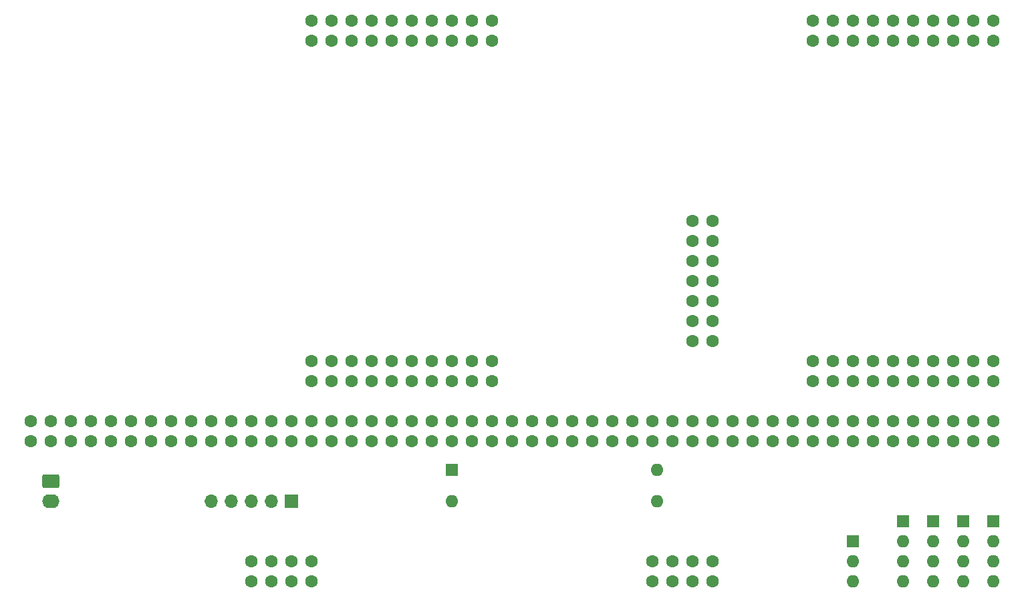
<source format=gts>
%TF.GenerationSoftware,KiCad,Pcbnew,8.0.7*%
%TF.CreationDate,2025-04-14T19:46:08-06:00*%
%TF.ProjectId,shield_r0.2,73686965-6c64-45f7-9230-2e322e6b6963,rev?*%
%TF.SameCoordinates,Original*%
%TF.FileFunction,Soldermask,Top*%
%TF.FilePolarity,Negative*%
%FSLAX46Y46*%
G04 Gerber Fmt 4.6, Leading zero omitted, Abs format (unit mm)*
G04 Created by KiCad (PCBNEW 8.0.7) date 2025-04-14 19:46:08*
%MOMM*%
%LPD*%
G01*
G04 APERTURE LIST*
G04 Aperture macros list*
%AMRoundRect*
0 Rectangle with rounded corners*
0 $1 Rounding radius*
0 $2 $3 $4 $5 $6 $7 $8 $9 X,Y pos of 4 corners*
0 Add a 4 corners polygon primitive as box body*
4,1,4,$2,$3,$4,$5,$6,$7,$8,$9,$2,$3,0*
0 Add four circle primitives for the rounded corners*
1,1,$1+$1,$2,$3*
1,1,$1+$1,$4,$5*
1,1,$1+$1,$6,$7*
1,1,$1+$1,$8,$9*
0 Add four rect primitives between the rounded corners*
20,1,$1+$1,$2,$3,$4,$5,0*
20,1,$1+$1,$4,$5,$6,$7,0*
20,1,$1+$1,$6,$7,$8,$9,0*
20,1,$1+$1,$8,$9,$2,$3,0*%
G04 Aperture macros list end*
%ADD10RoundRect,0.250000X-0.845000X0.620000X-0.845000X-0.620000X0.845000X-0.620000X0.845000X0.620000X0*%
%ADD11O,2.190000X1.740000*%
%ADD12O,1.600000X1.600000*%
%ADD13R,1.600000X1.600000*%
%ADD14C,1.600000*%
%ADD15O,1.700000X1.700000*%
%ADD16R,1.700000X1.700000*%
G04 APERTURE END LIST*
D10*
%TO.C,J1*%
X5080000Y-60960000D03*
D11*
X5080000Y-63500000D03*
%TD*%
D12*
%TO.C,PS1*%
X81880000Y-63500000D03*
X81880000Y-59500000D03*
X55880000Y-63500000D03*
D13*
X55880000Y-59500000D03*
%TD*%
D12*
%TO.C,SERVO1*%
X106680000Y-73660000D03*
X106680000Y-71120000D03*
D13*
X106680000Y-68580000D03*
%TD*%
D14*
%TO.C,U1*%
X38100000Y-2540000D03*
X38100000Y-5080000D03*
X38100000Y-45720000D03*
X38100000Y-48260000D03*
X40640000Y-2540000D03*
X40640000Y-5080000D03*
X40640000Y-45720000D03*
X40640000Y-48260000D03*
X43180000Y-2540000D03*
X43180000Y-5080000D03*
X43180000Y-45720000D03*
X43180000Y-48260000D03*
X45720000Y-2540000D03*
X45720000Y-5080000D03*
X45720000Y-45720000D03*
X45720000Y-48260000D03*
X48260000Y-2540000D03*
X48260000Y-5080000D03*
X48260000Y-45720000D03*
X48260000Y-48260000D03*
X50800000Y-2540000D03*
X50800000Y-5080000D03*
X50800000Y-45720000D03*
X50800000Y-48260000D03*
X53340000Y-2540000D03*
X53340000Y-5080000D03*
X53340000Y-45720000D03*
X53340000Y-48260000D03*
X55880000Y-2540000D03*
X55880000Y-5080000D03*
X55880000Y-45720000D03*
X55880000Y-48260000D03*
X58420000Y-2540000D03*
X58420000Y-5080000D03*
X58420000Y-45720000D03*
X58420000Y-48260000D03*
X60960000Y-2540000D03*
X60960000Y-5080000D03*
X60960000Y-45720000D03*
X60960000Y-48260000D03*
X86360000Y-27940000D03*
X86360000Y-30480000D03*
X86360000Y-33020000D03*
X86360000Y-35560000D03*
X86360000Y-38100000D03*
X86360000Y-40640000D03*
X86360000Y-43180000D03*
X88900000Y-27940000D03*
X88900000Y-30480000D03*
X88900000Y-33020000D03*
X88900000Y-35560000D03*
X88900000Y-38100000D03*
X88900000Y-40640000D03*
X88900000Y-43180000D03*
X101600000Y-2540000D03*
X101600000Y-5080000D03*
X101600000Y-45720000D03*
X101600000Y-48260000D03*
X104140000Y-2540000D03*
X104140000Y-5080000D03*
X104140000Y-45720000D03*
X104140000Y-48260000D03*
X106680000Y-2540000D03*
X106680000Y-5080000D03*
X106680000Y-45720000D03*
X106680000Y-48260000D03*
X109220000Y-2540000D03*
X109220000Y-5080000D03*
X109220000Y-45720000D03*
X109220000Y-48260000D03*
X111760000Y-2540000D03*
X111760000Y-5080000D03*
X111760000Y-45720000D03*
X111760000Y-48260000D03*
X114300000Y-2540000D03*
X114300000Y-5080000D03*
X114300000Y-45720000D03*
X114300000Y-48260000D03*
X116840000Y-2540000D03*
X116840000Y-5080000D03*
X116840000Y-45720000D03*
X116840000Y-48260000D03*
X119380000Y-2540000D03*
X119380000Y-5080000D03*
X119380000Y-45720000D03*
X119380000Y-48260000D03*
X121920000Y-2540000D03*
X121920000Y-5080000D03*
X121920000Y-45720000D03*
X121920000Y-48260000D03*
X124460000Y-2540000D03*
X124460000Y-5080000D03*
X124460000Y-45720000D03*
X124460000Y-48260000D03*
X124460000Y-53340000D03*
X124460000Y-55880000D03*
X121920000Y-53340000D03*
X121920000Y-55880000D03*
X119380000Y-53340000D03*
X119380000Y-55880000D03*
X116840000Y-53340000D03*
X116840000Y-55880000D03*
X114300000Y-53340000D03*
X114300000Y-55880000D03*
X111760000Y-53340000D03*
X111760000Y-55880000D03*
X109220000Y-53340000D03*
X109220000Y-55880000D03*
X106680000Y-53340000D03*
X106680000Y-55880000D03*
X104140000Y-53340000D03*
X104140000Y-55880000D03*
X101600000Y-53340000D03*
X101600000Y-55880000D03*
X99060000Y-53340000D03*
X99060000Y-55880000D03*
X96520000Y-53340000D03*
X96520000Y-55880000D03*
X93980000Y-53340000D03*
X93980000Y-55880000D03*
X91440000Y-53340000D03*
X91440000Y-55880000D03*
X88900000Y-53340000D03*
X88900000Y-55880000D03*
X86360000Y-53340000D03*
X86360000Y-55880000D03*
X83820000Y-53340000D03*
X83820000Y-55880000D03*
X81280000Y-53340000D03*
X81280000Y-55880000D03*
X78740000Y-53340000D03*
X78740000Y-55880000D03*
X76200000Y-53340000D03*
X76200000Y-55880000D03*
X73660000Y-53340000D03*
X73660000Y-55880000D03*
X71120000Y-53340000D03*
X71120000Y-55880000D03*
X68580000Y-53340000D03*
X68580000Y-55880000D03*
X66040000Y-53340000D03*
X66040000Y-55880000D03*
X63500000Y-53340000D03*
X63500000Y-55880000D03*
X60960000Y-53340000D03*
X60960000Y-55880000D03*
X58420000Y-53340000D03*
X58420000Y-55880000D03*
X55880000Y-53340000D03*
X55880000Y-55880000D03*
X53340000Y-53340000D03*
X53340000Y-55880000D03*
X50800000Y-53340000D03*
X50800000Y-55880000D03*
X48260000Y-53340000D03*
X48260000Y-55880000D03*
X45720000Y-53340000D03*
X45720000Y-55880000D03*
X43180000Y-53340000D03*
X43180000Y-55880000D03*
X40640000Y-53340000D03*
X40640000Y-55880000D03*
X38100000Y-53340000D03*
X38100000Y-55880000D03*
X35560000Y-53340000D03*
X35560000Y-55880000D03*
X33020000Y-53340000D03*
X33020000Y-55880000D03*
X30480000Y-53340000D03*
X30480000Y-55880000D03*
X27940000Y-53340000D03*
X27940000Y-55880000D03*
X25400000Y-53340000D03*
X25400000Y-55880000D03*
X22860000Y-53340000D03*
X22860000Y-55880000D03*
X20320000Y-53340000D03*
X20320000Y-55880000D03*
X17780000Y-53340000D03*
X17780000Y-55880000D03*
X15240000Y-53340000D03*
X15240000Y-55880000D03*
X12700000Y-53340000D03*
X12700000Y-55880000D03*
X10160000Y-53340000D03*
X10160000Y-55880000D03*
X7620000Y-53340000D03*
X7620000Y-55880000D03*
X5080000Y-53340000D03*
X5080000Y-55880000D03*
X2540000Y-53340000D03*
X2540000Y-55880000D03*
%TD*%
D13*
%TO.C,SEN2*%
X120650000Y-66040000D03*
D12*
X120650000Y-68580000D03*
X120650000Y-71120000D03*
X120650000Y-73660000D03*
%TD*%
D13*
%TO.C,SEN4*%
X113030000Y-66040000D03*
D12*
X113030000Y-68580000D03*
X113030000Y-71120000D03*
X113030000Y-73660000D03*
%TD*%
D13*
%TO.C,SEN1*%
X124460000Y-66040000D03*
D12*
X124460000Y-68580000D03*
X124460000Y-71120000D03*
X124460000Y-73660000D03*
%TD*%
D13*
%TO.C,SEN3*%
X116840000Y-66040000D03*
D12*
X116840000Y-68580000D03*
X116840000Y-71120000D03*
X116840000Y-73660000D03*
%TD*%
D15*
%TO.C,BT1*%
X25400000Y-63500000D03*
X27940000Y-63500000D03*
X30480000Y-63500000D03*
X33020000Y-63500000D03*
D16*
X35560000Y-63500000D03*
%TD*%
D14*
%TO.C,IBT1*%
X88900000Y-73660000D03*
X88900000Y-71120000D03*
X86360000Y-73660000D03*
X86360000Y-71120000D03*
X83820000Y-73660000D03*
X83820000Y-71120000D03*
X81280000Y-73660000D03*
X81280000Y-71120000D03*
%TD*%
%TO.C,IBT2*%
X38100000Y-73660000D03*
X38100000Y-71120000D03*
X35560000Y-73660000D03*
X35560000Y-71120000D03*
X33020000Y-73660000D03*
X33020000Y-71120000D03*
X30480000Y-73660000D03*
X30480000Y-71120000D03*
%TD*%
M02*

</source>
